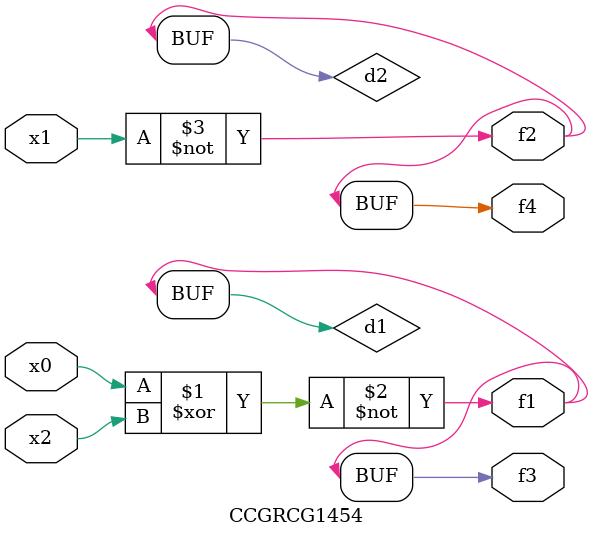
<source format=v>
module CCGRCG1454(
	input x0, x1, x2,
	output f1, f2, f3, f4
);

	wire d1, d2, d3;

	xnor (d1, x0, x2);
	nand (d2, x1);
	nor (d3, x1, x2);
	assign f1 = d1;
	assign f2 = d2;
	assign f3 = d1;
	assign f4 = d2;
endmodule

</source>
